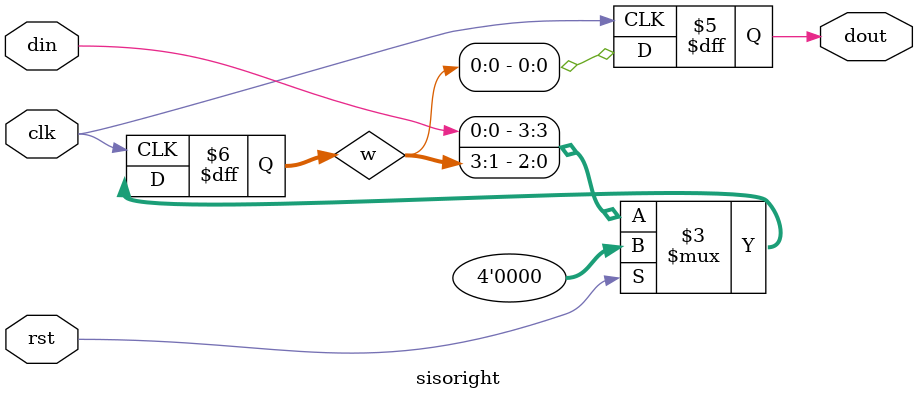
<source format=v>
module sisoright(input clk,rst,
            input din,
            output reg dout
);
reg [3:0]w;
always @(posedge clk)
begin
if(rst)
w<=4'b0000;
else
w<={din,w[3:1]};
dout<=w[0];
end
endmodule

</source>
